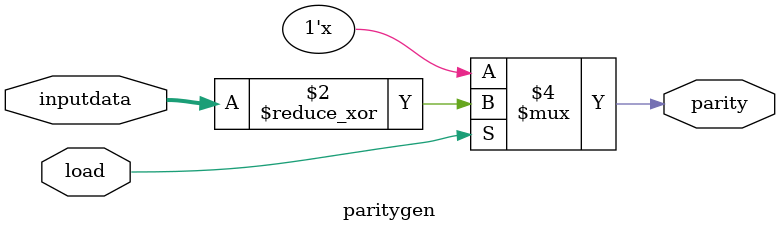
<source format=v>
`timescale 1ns / 1ps
module paritygen(input[7:0] inputdata, input load,output reg parity);
always@(load,inputdata)
begin 
if(load)
parity=^inputdata;

end


endmodule

</source>
